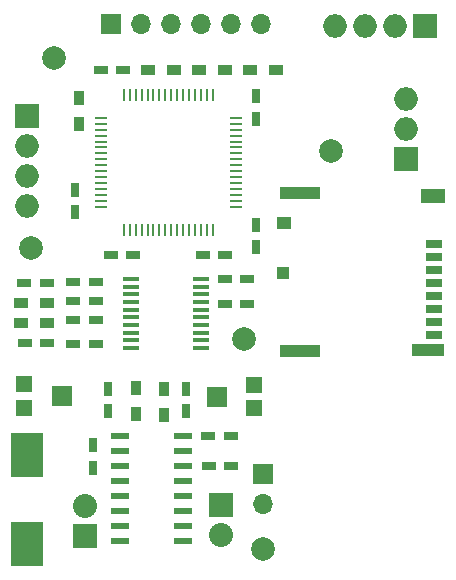
<source format=gts>
G04 #@! TF.GenerationSoftware,KiCad,Pcbnew,no-vcs-found-44b118f~58~ubuntu16.04.1*
G04 #@! TF.CreationDate,2017-06-12T15:08:49+03:00*
G04 #@! TF.ProjectId,sd_wav_pcm5100,73645F7761765F70636D353130302E6B,rev?*
G04 #@! TF.FileFunction,Soldermask,Top*
G04 #@! TF.FilePolarity,Negative*
%FSLAX46Y46*%
G04 Gerber Fmt 4.6, Leading zero omitted, Abs format (unit mm)*
G04 Created by KiCad (PCBNEW no-vcs-found-44b118f~58~ubuntu16.04.1) date Mon Jun 12 15:08:49 2017*
%MOMM*%
%LPD*%
G01*
G04 APERTURE LIST*
%ADD10C,0.100000*%
%ADD11R,1.700000X1.800000*%
%ADD12R,1.400000X1.400000*%
%ADD13C,2.000000*%
%ADD14R,1.700000X1.700000*%
%ADD15O,1.700000X1.700000*%
%ADD16R,1.200000X0.900000*%
%ADD17R,1.200000X0.750000*%
%ADD18R,0.750000X1.200000*%
%ADD19R,2.700000X3.750000*%
%ADD20O,1.998980X1.998980*%
%ADD21R,1.998980X1.998980*%
%ADD22R,2.032000X2.032000*%
%ADD23O,2.032000X2.032000*%
%ADD24R,0.250000X1.000000*%
%ADD25R,1.000000X0.250000*%
%ADD26R,1.450000X0.450000*%
%ADD27R,1.500000X0.500000*%
%ADD28R,1.400000X0.800000*%
%ADD29R,2.800000X1.000000*%
%ADD30R,3.400000X1.000000*%
%ADD31R,2.000000X1.200000*%
%ADD32R,1.200000X1.000000*%
%ADD33R,1.000000X1.000000*%
%ADD34R,0.900000X1.200000*%
G04 APERTURE END LIST*
D10*
D11*
X78796620Y-103242220D03*
D12*
X81997020Y-104217580D03*
X81999560Y-102249080D03*
D13*
X81110000Y-98380000D03*
X65040000Y-74550000D03*
X88460000Y-82470000D03*
X63040000Y-90680000D03*
X82720000Y-116150000D03*
D14*
X69820000Y-71700000D03*
D15*
X72360000Y-71700000D03*
X74900000Y-71700000D03*
X77440000Y-71700000D03*
X79980000Y-71700000D03*
X82520000Y-71700000D03*
D16*
X72950000Y-75625000D03*
X75150000Y-75625000D03*
D11*
X65693380Y-103175000D03*
D12*
X62492980Y-102199640D03*
X62490440Y-104168140D03*
D17*
X79525000Y-91225000D03*
X77625000Y-91225000D03*
D18*
X66825000Y-87625000D03*
X66825000Y-85725000D03*
D17*
X70875000Y-75600000D03*
X68975000Y-75600000D03*
D18*
X82100000Y-90575000D03*
X82100000Y-88675000D03*
D17*
X71750000Y-91250000D03*
X69850000Y-91250000D03*
D18*
X82150000Y-77800000D03*
X82150000Y-79700000D03*
D17*
X62525000Y-93650000D03*
X64425000Y-93650000D03*
X62550000Y-98700000D03*
X64450000Y-98700000D03*
D18*
X76175000Y-102600000D03*
X76175000Y-104500000D03*
D17*
X68575000Y-95125000D03*
X66675000Y-95125000D03*
X66650000Y-98825000D03*
X68550000Y-98825000D03*
X68550000Y-93525000D03*
X66650000Y-93525000D03*
X66675000Y-96775000D03*
X68575000Y-96775000D03*
X80025000Y-109125000D03*
X78125000Y-109125000D03*
X78075000Y-106575000D03*
X79975000Y-106575000D03*
X81400000Y-93325000D03*
X79500000Y-93325000D03*
D18*
X69600000Y-102575000D03*
X69600000Y-104475000D03*
X68350000Y-107375000D03*
X68350000Y-109275000D03*
D17*
X79475000Y-95400000D03*
X81375000Y-95400000D03*
D19*
X62725000Y-108175000D03*
X62725000Y-115725000D03*
D20*
X62775000Y-84565000D03*
X62775000Y-82025000D03*
D21*
X62775000Y-79485000D03*
D20*
X62775000Y-87105000D03*
X94850000Y-80600000D03*
D21*
X94850000Y-83140000D03*
D20*
X94850000Y-78060000D03*
X88845000Y-71900000D03*
D21*
X96465000Y-71900000D03*
D20*
X93925000Y-71900000D03*
X91385000Y-71900000D03*
D16*
X79525000Y-75600000D03*
X77325000Y-75600000D03*
X81600000Y-75625000D03*
X83800000Y-75625000D03*
D22*
X79200000Y-112410000D03*
D23*
X79200000Y-114950000D03*
X67675000Y-112500000D03*
D22*
X67675000Y-115040000D03*
D24*
X70950000Y-77700000D03*
X71450000Y-77700000D03*
X71950000Y-77700000D03*
X72450000Y-77700000D03*
X72950000Y-77700000D03*
X73450000Y-77700000D03*
X73950000Y-77700000D03*
X74450000Y-77700000D03*
X74950000Y-77700000D03*
X75450000Y-77700000D03*
X75950000Y-77700000D03*
X76450000Y-77700000D03*
X76950000Y-77700000D03*
X77450000Y-77700000D03*
X77950000Y-77700000D03*
X78450000Y-77700000D03*
D25*
X80400000Y-79650000D03*
X80400000Y-80150000D03*
X80400000Y-80650000D03*
X80400000Y-81150000D03*
X80400000Y-81650000D03*
X80400000Y-82150000D03*
X80400000Y-82650000D03*
X80400000Y-83150000D03*
X80400000Y-83650000D03*
X80400000Y-84150000D03*
X80400000Y-84650000D03*
X80400000Y-85150000D03*
X80400000Y-85650000D03*
X80400000Y-86150000D03*
X80400000Y-86650000D03*
X80400000Y-87150000D03*
D24*
X78450000Y-89100000D03*
X77950000Y-89100000D03*
X77450000Y-89100000D03*
X76950000Y-89100000D03*
X76450000Y-89100000D03*
X75950000Y-89100000D03*
X75450000Y-89100000D03*
X74950000Y-89100000D03*
X74450000Y-89100000D03*
X73950000Y-89100000D03*
X73450000Y-89100000D03*
X72950000Y-89100000D03*
X72450000Y-89100000D03*
X71950000Y-89100000D03*
X71450000Y-89100000D03*
X70950000Y-89100000D03*
D25*
X69000000Y-87150000D03*
X69000000Y-86650000D03*
X69000000Y-86150000D03*
X69000000Y-85650000D03*
X69000000Y-85150000D03*
X69000000Y-84650000D03*
X69000000Y-84150000D03*
X69000000Y-83650000D03*
X69000000Y-83150000D03*
X69000000Y-82650000D03*
X69000000Y-82150000D03*
X69000000Y-81650000D03*
X69000000Y-81150000D03*
X69000000Y-80650000D03*
X69000000Y-80150000D03*
X69000000Y-79650000D03*
D26*
X77470000Y-93280000D03*
X77470000Y-93930000D03*
X77470000Y-94580000D03*
X77470000Y-95230000D03*
X77470000Y-95880000D03*
X77470000Y-96530000D03*
X77470000Y-97180000D03*
X77470000Y-97830000D03*
X77470000Y-98480000D03*
X77470000Y-99130000D03*
X71570000Y-99130000D03*
X71570000Y-98480000D03*
X71570000Y-97830000D03*
X71570000Y-97180000D03*
X71570000Y-96530000D03*
X71570000Y-95880000D03*
X71570000Y-95230000D03*
X71570000Y-94580000D03*
X71570000Y-93930000D03*
X71570000Y-93280000D03*
D27*
X75984002Y-115470328D03*
X75984002Y-114200328D03*
X75984002Y-112930328D03*
X75984002Y-111660328D03*
X75984002Y-110390328D03*
X75984002Y-109120328D03*
X75984002Y-107850328D03*
X75984002Y-106580328D03*
X70584002Y-106580328D03*
X70584002Y-107850328D03*
X70584002Y-109120328D03*
X70584002Y-110390328D03*
X70584002Y-111660328D03*
X70584002Y-112930328D03*
X70584002Y-114200328D03*
X70584002Y-115470328D03*
D28*
X97161620Y-98016380D03*
X97161620Y-96916380D03*
X97161620Y-95816380D03*
X97161620Y-94716380D03*
X97161620Y-93616380D03*
X97161620Y-92516380D03*
X97161620Y-91416380D03*
X97161620Y-90316380D03*
D29*
X96661240Y-99288260D03*
D30*
X85884020Y-99374620D03*
X85891640Y-86015540D03*
D31*
X97136220Y-86241600D03*
D32*
X84497840Y-88521860D03*
D33*
X84419100Y-92789060D03*
D34*
X67175000Y-78000000D03*
X67175000Y-80200000D03*
D16*
X64450000Y-95300000D03*
X62250000Y-95300000D03*
X62275000Y-97025000D03*
X64475000Y-97025000D03*
D34*
X74375000Y-102625000D03*
X74375000Y-104825000D03*
X71950000Y-102475000D03*
X71950000Y-104675000D03*
D15*
X82720000Y-112320000D03*
D14*
X82720000Y-109780000D03*
M02*

</source>
